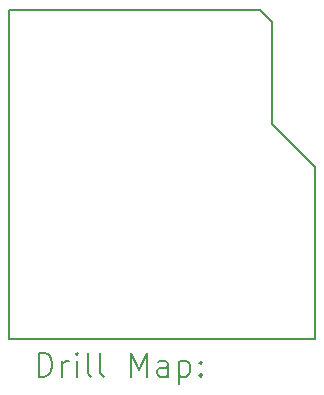
<source format=gbr>
%TF.GenerationSoftware,KiCad,Pcbnew,8.0.1*%
%TF.CreationDate,2024-12-19T13:08:09+01:00*%
%TF.ProjectId,on_off_switch,6f6e5f6f-6666-45f7-9377-697463682e6b,rev?*%
%TF.SameCoordinates,Original*%
%TF.FileFunction,Drillmap*%
%TF.FilePolarity,Positive*%
%FSLAX45Y45*%
G04 Gerber Fmt 4.5, Leading zero omitted, Abs format (unit mm)*
G04 Created by KiCad (PCBNEW 8.0.1) date 2024-12-19 13:08:09*
%MOMM*%
%LPD*%
G01*
G04 APERTURE LIST*
%ADD10C,0.200000*%
G04 APERTURE END LIST*
D10*
X13798000Y-4748000D02*
X13798000Y-5611669D01*
X14164000Y-5969013D01*
X14164000Y-7424050D01*
X11569000Y-7424261D01*
X11569000Y-4642000D01*
X13692000Y-4642000D01*
X13798000Y-4748000D01*
X11819777Y-7745745D02*
X11819777Y-7545745D01*
X11819777Y-7545745D02*
X11867396Y-7545745D01*
X11867396Y-7545745D02*
X11895967Y-7555268D01*
X11895967Y-7555268D02*
X11915015Y-7574316D01*
X11915015Y-7574316D02*
X11924539Y-7593364D01*
X11924539Y-7593364D02*
X11934062Y-7631459D01*
X11934062Y-7631459D02*
X11934062Y-7660030D01*
X11934062Y-7660030D02*
X11924539Y-7698126D01*
X11924539Y-7698126D02*
X11915015Y-7717173D01*
X11915015Y-7717173D02*
X11895967Y-7736221D01*
X11895967Y-7736221D02*
X11867396Y-7745745D01*
X11867396Y-7745745D02*
X11819777Y-7745745D01*
X12019777Y-7745745D02*
X12019777Y-7612411D01*
X12019777Y-7650507D02*
X12029301Y-7631459D01*
X12029301Y-7631459D02*
X12038824Y-7621935D01*
X12038824Y-7621935D02*
X12057872Y-7612411D01*
X12057872Y-7612411D02*
X12076920Y-7612411D01*
X12143586Y-7745745D02*
X12143586Y-7612411D01*
X12143586Y-7545745D02*
X12134062Y-7555268D01*
X12134062Y-7555268D02*
X12143586Y-7564792D01*
X12143586Y-7564792D02*
X12153110Y-7555268D01*
X12153110Y-7555268D02*
X12143586Y-7545745D01*
X12143586Y-7545745D02*
X12143586Y-7564792D01*
X12267396Y-7745745D02*
X12248348Y-7736221D01*
X12248348Y-7736221D02*
X12238824Y-7717173D01*
X12238824Y-7717173D02*
X12238824Y-7545745D01*
X12372158Y-7745745D02*
X12353110Y-7736221D01*
X12353110Y-7736221D02*
X12343586Y-7717173D01*
X12343586Y-7717173D02*
X12343586Y-7545745D01*
X12600729Y-7745745D02*
X12600729Y-7545745D01*
X12600729Y-7545745D02*
X12667396Y-7688602D01*
X12667396Y-7688602D02*
X12734062Y-7545745D01*
X12734062Y-7545745D02*
X12734062Y-7745745D01*
X12915015Y-7745745D02*
X12915015Y-7640983D01*
X12915015Y-7640983D02*
X12905491Y-7621935D01*
X12905491Y-7621935D02*
X12886443Y-7612411D01*
X12886443Y-7612411D02*
X12848348Y-7612411D01*
X12848348Y-7612411D02*
X12829301Y-7621935D01*
X12915015Y-7736221D02*
X12895967Y-7745745D01*
X12895967Y-7745745D02*
X12848348Y-7745745D01*
X12848348Y-7745745D02*
X12829301Y-7736221D01*
X12829301Y-7736221D02*
X12819777Y-7717173D01*
X12819777Y-7717173D02*
X12819777Y-7698126D01*
X12819777Y-7698126D02*
X12829301Y-7679078D01*
X12829301Y-7679078D02*
X12848348Y-7669554D01*
X12848348Y-7669554D02*
X12895967Y-7669554D01*
X12895967Y-7669554D02*
X12915015Y-7660030D01*
X13010253Y-7612411D02*
X13010253Y-7812411D01*
X13010253Y-7621935D02*
X13029301Y-7612411D01*
X13029301Y-7612411D02*
X13067396Y-7612411D01*
X13067396Y-7612411D02*
X13086443Y-7621935D01*
X13086443Y-7621935D02*
X13095967Y-7631459D01*
X13095967Y-7631459D02*
X13105491Y-7650507D01*
X13105491Y-7650507D02*
X13105491Y-7707649D01*
X13105491Y-7707649D02*
X13095967Y-7726697D01*
X13095967Y-7726697D02*
X13086443Y-7736221D01*
X13086443Y-7736221D02*
X13067396Y-7745745D01*
X13067396Y-7745745D02*
X13029301Y-7745745D01*
X13029301Y-7745745D02*
X13010253Y-7736221D01*
X13191205Y-7726697D02*
X13200729Y-7736221D01*
X13200729Y-7736221D02*
X13191205Y-7745745D01*
X13191205Y-7745745D02*
X13181682Y-7736221D01*
X13181682Y-7736221D02*
X13191205Y-7726697D01*
X13191205Y-7726697D02*
X13191205Y-7745745D01*
X13191205Y-7621935D02*
X13200729Y-7631459D01*
X13200729Y-7631459D02*
X13191205Y-7640983D01*
X13191205Y-7640983D02*
X13181682Y-7631459D01*
X13181682Y-7631459D02*
X13191205Y-7621935D01*
X13191205Y-7621935D02*
X13191205Y-7640983D01*
M02*

</source>
